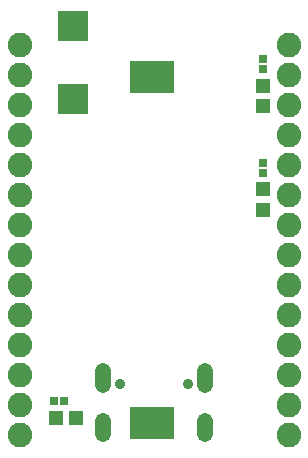
<source format=gbr>
G04 EAGLE Gerber RS-274X export*
G75*
%MOMM*%
%FSLAX34Y34*%
%LPD*%
%INSoldermask Bottom*%
%IPPOS*%
%AMOC8*
5,1,8,0,0,1.08239X$1,22.5*%
G01*
%ADD10R,2.606800X2.571200*%
%ADD11C,1.361200*%
%ADD12C,0.903200*%
%ADD13R,3.803200X2.803200*%
%ADD14C,2.082800*%
%ADD15R,0.803200X0.743200*%
%ADD16R,1.203200X1.303200*%
%ADD17R,0.743200X0.803200*%
%ADD18R,1.303200X1.203200*%


D10*
X60788Y308788D03*
X60788Y371212D03*
D11*
X86800Y78590D02*
X86800Y67010D01*
X173200Y67010D02*
X173200Y78590D01*
X86800Y36790D02*
X86800Y25210D01*
X173200Y25210D02*
X173200Y36790D01*
D12*
X101100Y67500D03*
X158900Y67500D03*
D13*
X128000Y327500D03*
X128000Y34500D03*
D14*
X16000Y355000D03*
X16000Y329600D03*
X16000Y304200D03*
X16000Y278800D03*
X16000Y253400D03*
X16000Y228000D03*
X16000Y202600D03*
X16000Y177200D03*
X16000Y151800D03*
X16000Y126400D03*
X16000Y101000D03*
X16000Y75600D03*
X16000Y50200D03*
X16000Y24800D03*
X244000Y355000D03*
X244000Y329600D03*
X244000Y304200D03*
X244000Y278800D03*
X244000Y253400D03*
X244000Y228000D03*
X244000Y202600D03*
X244000Y177200D03*
X244000Y151800D03*
X244000Y126400D03*
X244000Y101000D03*
X244000Y75600D03*
X244000Y50200D03*
X244000Y24800D03*
D15*
X222000Y255320D03*
X222000Y246680D03*
D16*
X222000Y232500D03*
X222000Y215500D03*
D17*
X53320Y53000D03*
X44680Y53000D03*
D18*
X46500Y39000D03*
X63500Y39000D03*
D15*
X222000Y343320D03*
X222000Y334680D03*
D16*
X222000Y320500D03*
X222000Y303500D03*
M02*

</source>
